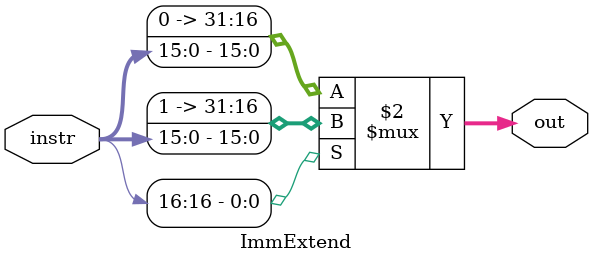
<source format=v>
`timescale 1ns / 1ps
module ImmExtend(
    input [31:0] instr,
	 output [31:0] out
    );
	 
	 assign out = (instr[16] == 1'b1) ? {16'b1111_1111_1111_1111, instr[15:0]}:
						{16'b0000_0000_0000_0000, instr[15:0]};
//	 if(instr[16] == 1'b1)
//		assign out = {16'b1111_1111_1111_1111, instr[16:31]};
//	 else
//		assign out = {16'b0000_0000_0000_0000, instr[16:31]};


endmodule

</source>
